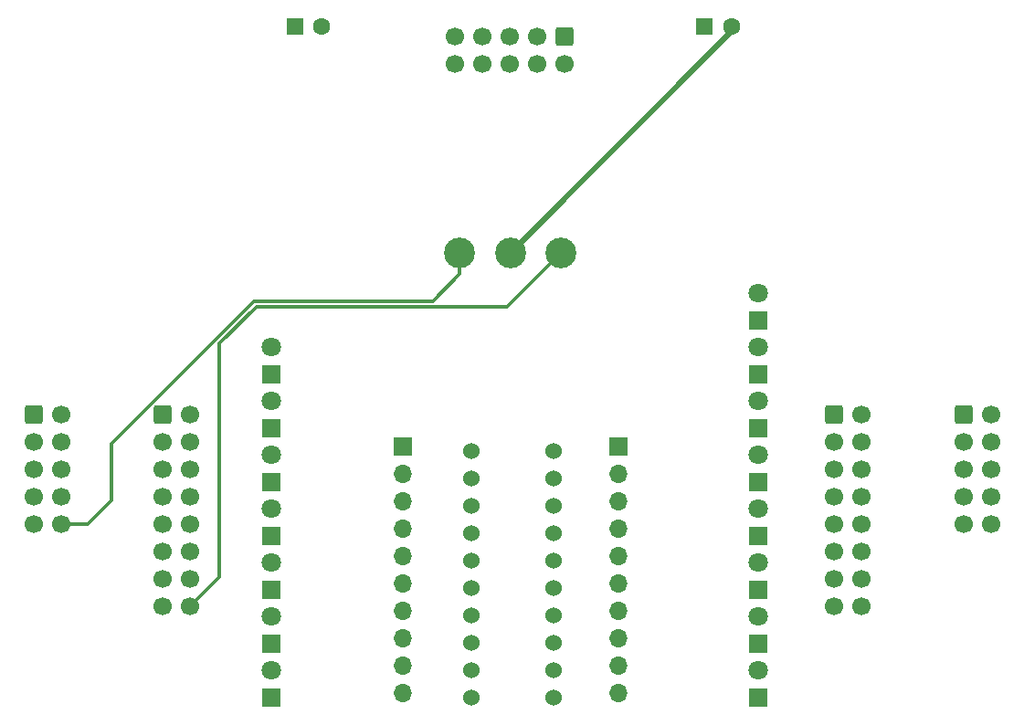
<source format=gbl>
G04 #@! TF.GenerationSoftware,KiCad,Pcbnew,8.0.5*
G04 #@! TF.CreationDate,2024-11-03T16:46:15+01:00*
G04 #@! TF.ProjectId,cable-tester,6361626c-652d-4746-9573-7465722e6b69,rev?*
G04 #@! TF.SameCoordinates,Original*
G04 #@! TF.FileFunction,Copper,L2,Bot*
G04 #@! TF.FilePolarity,Positive*
%FSLAX46Y46*%
G04 Gerber Fmt 4.6, Leading zero omitted, Abs format (unit mm)*
G04 Created by KiCad (PCBNEW 8.0.5) date 2024-11-03 16:46:15*
%MOMM*%
%LPD*%
G01*
G04 APERTURE LIST*
G04 Aperture macros list*
%AMRoundRect*
0 Rectangle with rounded corners*
0 $1 Rounding radius*
0 $2 $3 $4 $5 $6 $7 $8 $9 X,Y pos of 4 corners*
0 Add a 4 corners polygon primitive as box body*
4,1,4,$2,$3,$4,$5,$6,$7,$8,$9,$2,$3,0*
0 Add four circle primitives for the rounded corners*
1,1,$1+$1,$2,$3*
1,1,$1+$1,$4,$5*
1,1,$1+$1,$6,$7*
1,1,$1+$1,$8,$9*
0 Add four rect primitives between the rounded corners*
20,1,$1+$1,$2,$3,$4,$5,0*
20,1,$1+$1,$4,$5,$6,$7,0*
20,1,$1+$1,$6,$7,$8,$9,0*
20,1,$1+$1,$8,$9,$2,$3,0*%
G04 Aperture macros list end*
G04 #@! TA.AperFunction,ComponentPad*
%ADD10C,2.850000*%
G04 #@! TD*
G04 #@! TA.AperFunction,ComponentPad*
%ADD11R,1.600000X1.600000*%
G04 #@! TD*
G04 #@! TA.AperFunction,ComponentPad*
%ADD12C,1.600000*%
G04 #@! TD*
G04 #@! TA.AperFunction,ComponentPad*
%ADD13R,1.800000X1.800000*%
G04 #@! TD*
G04 #@! TA.AperFunction,ComponentPad*
%ADD14C,1.800000*%
G04 #@! TD*
G04 #@! TA.AperFunction,ComponentPad*
%ADD15C,1.700000*%
G04 #@! TD*
G04 #@! TA.AperFunction,ComponentPad*
%ADD16RoundRect,0.250000X-0.600000X-0.600000X0.600000X-0.600000X0.600000X0.600000X-0.600000X0.600000X0*%
G04 #@! TD*
G04 #@! TA.AperFunction,ComponentPad*
%ADD17RoundRect,0.250000X-0.600000X0.600000X-0.600000X-0.600000X0.600000X-0.600000X0.600000X0.600000X0*%
G04 #@! TD*
G04 #@! TA.AperFunction,ComponentPad*
%ADD18C,1.524000*%
G04 #@! TD*
G04 #@! TA.AperFunction,ComponentPad*
%ADD19O,1.700000X1.700000*%
G04 #@! TD*
G04 #@! TA.AperFunction,ComponentPad*
%ADD20R,1.700000X1.700000*%
G04 #@! TD*
G04 #@! TA.AperFunction,Conductor*
%ADD21C,0.500000*%
G04 #@! TD*
G04 #@! TA.AperFunction,Conductor*
%ADD22C,0.300000*%
G04 #@! TD*
G04 APERTURE END LIST*
D10*
X104700000Y-75000000D03*
X100000000Y-75000000D03*
X95300000Y-75000000D03*
D11*
X118000000Y-54000000D03*
D12*
X120500000Y-54000000D03*
D11*
X80000000Y-54000000D03*
D12*
X82500000Y-54000000D03*
D13*
X123000000Y-101310000D03*
D14*
X123000000Y-98770000D03*
D15*
X58340000Y-100160000D03*
X55800000Y-100160000D03*
X58340000Y-97620000D03*
X55800000Y-97620000D03*
X58340000Y-95080000D03*
X55800000Y-95080000D03*
X58340000Y-92540000D03*
X55800000Y-92540000D03*
X58340000Y-90000000D03*
D16*
X55800000Y-90000000D03*
D13*
X77800000Y-86310000D03*
D14*
X77800000Y-83770000D03*
D13*
X123000000Y-96310000D03*
D14*
X123000000Y-93770000D03*
D13*
X77800000Y-96310000D03*
D14*
X77800000Y-93770000D03*
D13*
X123000000Y-116310000D03*
D14*
X123000000Y-113770000D03*
D17*
X105000000Y-55000000D03*
D15*
X105000000Y-57540000D03*
X102460000Y-55000000D03*
X102460000Y-57540000D03*
X99920000Y-55000000D03*
X99920000Y-57540000D03*
X97380000Y-55000000D03*
X97380000Y-57540000D03*
X94840000Y-55000000D03*
X94840000Y-57540000D03*
D13*
X123000000Y-91310000D03*
D14*
X123000000Y-88770000D03*
D13*
X77800000Y-101310000D03*
D14*
X77800000Y-98770000D03*
D13*
X77800000Y-116310000D03*
D14*
X77800000Y-113770000D03*
D18*
X96380000Y-116240000D03*
X96380000Y-113700000D03*
X96380000Y-111160000D03*
X96380000Y-108620000D03*
X96380000Y-106080000D03*
X96380000Y-103540000D03*
X96380000Y-101000000D03*
X96380000Y-98460000D03*
X96380000Y-95920000D03*
X96380000Y-93380000D03*
X104000000Y-116240000D03*
X104000000Y-113700000D03*
X104000000Y-111160000D03*
X104000000Y-108620000D03*
X104000000Y-106080000D03*
X104000000Y-103540000D03*
X104000000Y-101000000D03*
X104000000Y-98460000D03*
X104000000Y-95920000D03*
X104000000Y-93380000D03*
D13*
X123000000Y-111310000D03*
D14*
X123000000Y-108770000D03*
X77800000Y-108770000D03*
D13*
X77800000Y-111310000D03*
D16*
X142000000Y-90000000D03*
D15*
X144540000Y-90000000D03*
X142000000Y-92540000D03*
X144540000Y-92540000D03*
X142000000Y-95080000D03*
X144540000Y-95080000D03*
X142000000Y-97620000D03*
X144540000Y-97620000D03*
X142000000Y-100160000D03*
X144540000Y-100160000D03*
D13*
X123000000Y-86310000D03*
D14*
X123000000Y-83770000D03*
D13*
X77800000Y-106310000D03*
D14*
X77800000Y-103770000D03*
D15*
X70340000Y-107780000D03*
X67800000Y-107780000D03*
X70340000Y-105240000D03*
X67800000Y-105240000D03*
X70340000Y-102700000D03*
X67800000Y-102700000D03*
X70340000Y-100160000D03*
X67800000Y-100160000D03*
X70340000Y-97620000D03*
X67800000Y-97620000D03*
X70340000Y-95080000D03*
X67800000Y-95080000D03*
X70340000Y-92540000D03*
X67800000Y-92540000D03*
X70340000Y-90000000D03*
D16*
X67800000Y-90000000D03*
D13*
X123000000Y-106310000D03*
D14*
X123000000Y-103770000D03*
D16*
X130000000Y-90000000D03*
D15*
X132540000Y-90000000D03*
X130000000Y-92540000D03*
X132540000Y-92540000D03*
X130000000Y-95080000D03*
X132540000Y-95080000D03*
X130000000Y-97620000D03*
X132540000Y-97620000D03*
X130000000Y-100160000D03*
X132540000Y-100160000D03*
X130000000Y-102700000D03*
X132540000Y-102700000D03*
X130000000Y-105240000D03*
X132540000Y-105240000D03*
X130000000Y-107780000D03*
X132540000Y-107780000D03*
D19*
X90000000Y-115860000D03*
X90000000Y-113320000D03*
X90000000Y-110780000D03*
X90000000Y-108240000D03*
X90000000Y-105700000D03*
X90000000Y-103160000D03*
X90000000Y-100620000D03*
X90000000Y-98080000D03*
X90000000Y-95540000D03*
D20*
X90000000Y-93000000D03*
D13*
X77800000Y-91310000D03*
D14*
X77800000Y-88770000D03*
D19*
X110000000Y-115860000D03*
X110000000Y-113320000D03*
X110000000Y-110780000D03*
X110000000Y-108240000D03*
X110000000Y-105700000D03*
X110000000Y-103160000D03*
X110000000Y-100620000D03*
X110000000Y-98080000D03*
X110000000Y-95540000D03*
D20*
X110000000Y-93000000D03*
D14*
X123000000Y-78770000D03*
D13*
X123000000Y-81310000D03*
D21*
X100000000Y-75000000D02*
X120500000Y-54500000D01*
X120500000Y-54500000D02*
X120500000Y-54000000D01*
D22*
X104700000Y-75000000D02*
X99700000Y-80000000D01*
X99700000Y-80000000D02*
X76451650Y-80000000D01*
X76451650Y-80000000D02*
X73000000Y-83451650D01*
X73000000Y-83451650D02*
X73000000Y-105120000D01*
X73000000Y-105120000D02*
X70340000Y-107780000D01*
X95300000Y-75000000D02*
X95300000Y-77015254D01*
X95300000Y-77015254D02*
X92815254Y-79500000D01*
X92815254Y-79500000D02*
X76244544Y-79500000D01*
X76244544Y-79500000D02*
X63000000Y-92744544D01*
X63000000Y-92744544D02*
X63000000Y-98000000D01*
X63000000Y-98000000D02*
X60840000Y-100160000D01*
X60840000Y-100160000D02*
X58340000Y-100160000D01*
M02*

</source>
